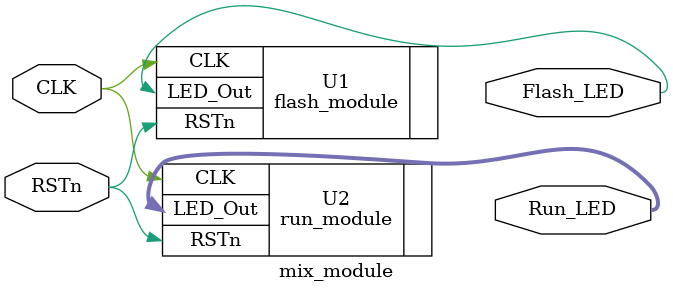
<source format=v>
 /* 组合主模块
 LED闪烁和流水模块并行进行
  */
 
 module mix_module(
     CLK,
     RSTn,
     Flash_LED,
     Run_LED
 );

    input CLK;
    input RSTn;
    output Flash_LED;
    output [2:0]Run_LED;

    wire Flash_LED;
    flash_module U1(
        .CLK(CLK),
        .RSTn(RSTn),
        .LED_Out(Flash_LED)
    );

    wire [2:0]Run_LED;
    run_module U2(
        .CLK(CLK),
        .RSTn(RSTn),
        .LED_Out(Run_LED)
    );

    assign Flash_LED = Flash_LED;
    assign Run_LED = Run_LED;

endmodule
</source>
